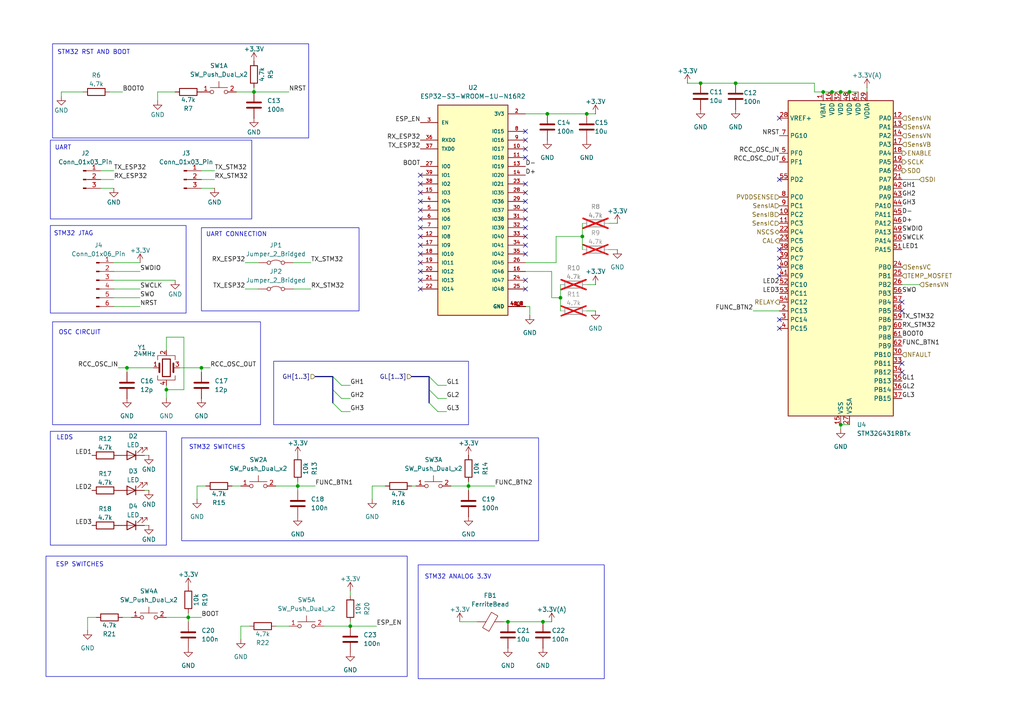
<source format=kicad_sch>
(kicad_sch (version 20250114) (generator "eeschema") (generator_version "9.0")
  (paper "A4")
  (lib_symbols
    (symbol "Connector:Conn_01x03_Pin" (pin_names (offset 1.016) (hide yes))
      (property "Reference" "J" (at 0 5.08 0))
      (property "Value" "Conn_01x03_Pin" (at 0 -5.08 0))
      (symbol "Conn_01x03_Pin_1_1"
        (pin passive line (at 5.08 2.54 180) (length 3.81) (name "Pin_1") (number "1"))
        (pin passive line (at 5.08 0 180) (length 3.81) (name "Pin_2") (number "2"))
        (pin passive line (at 5.08 -2.54 180) (length 3.81) (name "Pin_3") (number "3"))
      )
    )
    (symbol "Connector:Conn_01x06_Pin" (pin_names (offset 1.016) (hide yes))
      (property "Reference" "J" (at 0 7.62 0))
      (property "Value" "Conn_01x06_Pin" (at 0 -10.16 0))
      (symbol "Conn_01x06_Pin_1_1"
        (pin passive line (at 5.08 5.08 180) (length 3.81) (name "Pin_1") (number "1"))
        (pin passive line (at 5.08 2.54 180) (length 3.81) (name "Pin_2") (number "2"))
        (pin passive line (at 5.08 0 180) (length 3.81) (name "Pin_3") (number "3"))
        (pin passive line (at 5.08 -2.54 180) (length 3.81) (name "Pin_4") (number "4"))
        (pin passive line (at 5.08 -5.08 180) (length 3.81) (name "Pin_5") (number "5"))
        (pin passive line (at 5.08 -7.62 180) (length 3.81) (name "Pin_6") (number "6"))
      )
    )
    (symbol "Device:C" (pin_numbers (hide yes)) (pin_names (offset 0.254))
      (property "Reference" "C" (at 0.635 2.54 0))
      (property "Value" "C" (at 0.635 -2.54 0))
      (symbol "C_1_1"
        (pin passive line (at 0 3.81 270) (length 2.794) (name "~") (number "1"))
        (pin passive line (at 0 -3.81 90) (length 2.794) (name "~") (number "2"))
      )
    )
    (symbol "Device:Crystal_GND24" (pin_names (offset 1.016) (hide yes))
      (property "Reference" "Y" (at 3.175 5.08 0))
      (property "Value" "Crystal_GND24" (at 3.175 3.175 0))
      (symbol "Crystal_GND24_1_1"
        (pin passive line (at -3.81 0 0) (length 1.27) (name "1") (number "1"))
        (pin passive line (at 0 5.08 270) (length 1.27) (name "2") (number "2"))
        (pin passive line (at 0 -5.08 90) (length 1.27) (name "4") (number "4"))
        (pin passive line (at 3.81 0 180) (length 1.27) (name "3") (number "3"))
      )
    )
    (symbol "Device:FerriteBead" (pin_numbers (hide yes)) (pin_names (offset 0))
      (property "Reference" "FB" (at -3.81 0.635 90))
      (property "Value" "FerriteBead" (at 3.81 0 90))
      (symbol "FerriteBead_1_1"
        (pin passive line (at 0 3.81 270) (length 2.54) (name "~") (number "1"))
        (pin passive line (at 0 -3.81 90) (length 2.54) (name "~") (number "2"))
      )
    )
    (symbol "Device:LED" (pin_numbers (hide yes)) (pin_names (offset 1.016) (hide yes))
      (property "Reference" "D" (at 0 2.54 0))
      (property "Value" "LED" (at 0 -2.54 0))
      (symbol "LED_1_1"
        (pin passive line (at -3.81 0 0) (length 2.54) (name "K") (number "1"))
        (pin passive line (at 3.81 0 180) (length 2.54) (name "A") (number "2"))
      )
    )
    (symbol "Device:R" (pin_numbers (hide yes)) (pin_names (offset 0))
      (property "Reference" "R" (at 2.032 0 90))
      (property "Value" "R" (at 0 0 90))
      (symbol "R_1_1"
        (pin passive line (at 0 3.81 270) (length 1.27) (name "~") (number "1"))
        (pin passive line (at 0 -3.81 90) (length 1.27) (name "~") (number "2"))
      )
    )
    (symbol "ESP32-S3-WROOM-1U-N16R2:ESP32-S3-WROOM-1U-N16R2" (pin_names (offset 1.016))
      (property "Reference" "U" (at -10.16 31.242 0))
      (property "Value" "ESP32-S3-WROOM-1U-N16R2" (at -10.16 -33.02 0))
      (symbol "ESP32-S3-WROOM-1U-N16R2_0_0"
        (pin input line (at -15.24 25.4 0) (length 5.08) (name "EN") (number "3"))
        (pin bidirectional line (at -15.24 20.32 0) (length 5.08) (name "RXD0") (number "36"))
        (pin bidirectional line (at -15.24 17.78 0) (length 5.08) (name "TXD0") (number "37"))
        (pin bidirectional line (at -15.24 12.7 0) (length 5.08) (name "IO0") (number "27"))
        (pin bidirectional line (at -15.24 10.16 0) (length 5.08) (name "IO1") (number "39"))
        (pin bidirectional line (at -15.24 7.62 0) (length 5.08) (name "IO2") (number "38"))
        (pin bidirectional line (at -15.24 5.08 0) (length 5.08) (name "IO3") (number "15"))
        (pin bidirectional line (at -15.24 2.54 0) (length 5.08) (name "IO4") (number "4"))
        (pin bidirectional line (at -15.24 0 0) (length 5.08) (name "IO5") (number "5"))
        (pin bidirectional line (at -15.24 -2.54 0) (length 5.08) (name "IO6") (number "6"))
        (pin bidirectional line (at -15.24 -5.08 0) (length 5.08) (name "IO7") (number "7"))
        (pin bidirectional line (at -15.24 -7.62 0) (length 5.08) (name "IO8") (number "12"))
        (pin bidirectional line (at -15.24 -10.16 0) (length 5.08) (name "IO9") (number "17"))
        (pin bidirectional line (at -15.24 -12.7 0) (length 5.08) (name "IO10") (number "18"))
        (pin bidirectional line (at -15.24 -15.24 0) (length 5.08) (name "IO11") (number "19"))
        (pin bidirectional line (at -15.24 -17.78 0) (length 5.08) (name "IO12") (number "20"))
        (pin bidirectional line (at -15.24 -20.32 0) (length 5.08) (name "IO13") (number "21"))
        (pin bidirectional line (at -15.24 -22.86 0) (length 5.08) (name "IO14") (number "22"))
        (pin power_in line (at 15.24 27.94 180) (length 5.08) (name "3V3") (number "2"))
        (pin bidirectional line (at 15.24 22.86 180) (length 5.08) (name "IO15") (number "8"))
        (pin bidirectional line (at 15.24 20.32 180) (length 5.08) (name "IO16") (number "9"))
        (pin bidirectional line (at 15.24 17.78 180) (length 5.08) (name "IO17") (number "10"))
        (pin bidirectional line (at 15.24 15.24 180) (length 5.08) (name "IO18") (number "11"))
        (pin bidirectional line (at 15.24 12.7 180) (length 5.08) (name "IO19") (number "13"))
        (pin bidirectional line (at 15.24 10.16 180) (length 5.08) (name "IO20") (number "14"))
        (pin bidirectional line (at 15.24 7.62 180) (length 5.08) (name "IO21") (number "23"))
        (pin bidirectional line (at 15.24 5.08 180) (length 5.08) (name "IO35") (number "28"))
        (pin bidirectional line (at 15.24 2.54 180) (length 5.08) (name "IO36") (number "29"))
        (pin bidirectional line (at 15.24 0 180) (length 5.08) (name "IO37") (number "30"))
        (pin bidirectional line (at 15.24 -2.54 180) (length 5.08) (name "IO38") (number "31"))
        (pin bidirectional line (at 15.24 -5.08 180) (length 5.08) (name "IO39") (number "32"))
        (pin bidirectional line (at 15.24 -7.62 180) (length 5.08) (name "IO40") (number "33"))
        (pin bidirectional line (at 15.24 -10.16 180) (length 5.08) (name "IO41") (number "34"))
        (pin bidirectional line (at 15.24 -12.7 180) (length 5.08) (name "IO42") (number "35"))
        (pin bidirectional line (at 15.24 -15.24 180) (length 5.08) (name "IO45") (number "26"))
        (pin bidirectional line (at 15.24 -17.78 180) (length 5.08) (name "IO46") (number "16"))
        (pin bidirectional line (at 15.24 -20.32 180) (length 5.08) (name "IO47") (number "24"))
        (pin bidirectional line (at 15.24 -22.86 180) (length 5.08) (name "IO48") (number "25"))
        (pin power_in line (at 15.24 -27.94 180) (length 5.08) (name "GND") (number "1"))
        (pin power_in line (at 15.24 -27.94 180) (length 5.08) (name "GND") (number "40"))
        (pin power_in line (at 15.24 -27.94 180) (length 5.08) (name "GND") (number "41_1"))
        (pin power_in line (at 15.24 -27.94 180) (length 5.08) (name "GND") (number "41_2"))
        (pin power_in line (at 15.24 -27.94 180) (length 5.08) (name "GND") (number "41_3"))
        (pin power_in line (at 15.24 -27.94 180) (length 5.08) (name "GND") (number "41_4"))
        (pin power_in line (at 15.24 -27.94 180) (length 5.08) (name "GND") (number "41_5"))
        (pin power_in line (at 15.24 -27.94 180) (length 5.08) (name "GND") (number "41_6"))
        (pin power_in line (at 15.24 -27.94 180) (length 5.08) (name "GND") (number "41_7"))
        (pin power_in line (at 15.24 -27.94 180) (length 5.08) (name "GND") (number "41_8"))
        (pin power_in line (at 15.24 -27.94 180) (length 5.08) (name "GND") (number "41_9"))
      )
    )
    (symbol "Jumper:Jumper_2_Bridged" (pin_numbers (hide yes)) (pin_names (offset 0) (hide yes)) (exclude_from_sim yes)
      (property "Reference" "JP" (at 0 1.905 0))
      (property "Value" "Jumper_2_Bridged" (at 0 -2.54 0))
      (symbol "Jumper_2_Bridged_1_1"
        (pin passive line (at -5.08 0 0) (length 2.54) (name "A") (number "1"))
        (pin passive line (at 5.08 0 180) (length 2.54) (name "B") (number "2"))
      )
    )
    (symbol "MCU_ST_STM32G4:STM32G431RBTx"
      (property "Reference" "U" (at -15.24 46.99 0))
      (property "Value" "STM32G431RBTx" (at 10.16 46.99 0))
      (symbol "STM32G431RBTx_1_1"
        (pin input line (at -17.78 40.64 0) (length 2.54) (name "VREF+") (number "28"))
        (pin bidirectional line (at -17.78 35.56 0) (length 2.54) (name "PG10") (number "7"))
        (pin bidirectional line (at -17.78 30.48 0) (length 2.54) (name "PF0") (number "5"))
        (pin bidirectional line (at -17.78 27.94 0) (length 2.54) (name "PF1") (number "6"))
        (pin bidirectional line (at -17.78 22.86 0) (length 2.54) (name "PD2") (number "55"))
        (pin bidirectional line (at -17.78 17.78 0) (length 2.54) (name "PC0") (number "8"))
        (pin bidirectional line (at -17.78 15.24 0) (length 2.54) (name "PC1") (number "9"))
        (pin bidirectional line (at -17.78 12.7 0) (length 2.54) (name "PC2") (number "10"))
        (pin bidirectional line (at -17.78 10.16 0) (length 2.54) (name "PC3") (number "11"))
        (pin bidirectional line (at -17.78 7.62 0) (length 2.54) (name "PC4") (number "22"))
        (pin bidirectional line (at -17.78 5.08 0) (length 2.54) (name "PC5") (number "23"))
        (pin bidirectional line (at -17.78 2.54 0) (length 2.54) (name "PC6") (number "38"))
        (pin bidirectional line (at -17.78 0 0) (length 2.54) (name "PC7") (number "39"))
        (pin bidirectional line (at -17.78 -2.54 0) (length 2.54) (name "PC8") (number "40"))
        (pin bidirectional line (at -17.78 -5.08 0) (length 2.54) (name "PC9") (number "41"))
        (pin bidirectional line (at -17.78 -7.62 0) (length 2.54) (name "PC10") (number "52"))
        (pin bidirectional line (at -17.78 -10.16 0) (length 2.54) (name "PC11") (number "53"))
        (pin bidirectional line (at -17.78 -12.7 0) (length 2.54) (name "PC12") (number "54"))
        (pin bidirectional line (at -17.78 -15.24 0) (length 2.54) (name "PC13") (number "2"))
        (pin bidirectional line (at -17.78 -17.78 0) (length 2.54) (name "PC14") (number "3"))
        (pin bidirectional line (at -17.78 -20.32 0) (length 2.54) (name "PC15") (number "4"))
        (pin power_in line (at -5.08 48.26 270) (length 2.54) (name "VBAT") (number "1"))
        (pin power_in line (at -2.54 48.26 270) (length 2.54) (name "VDD") (number "16"))
        (pin power_in line (at 0 48.26 270) (length 2.54) (name "VDD") (number "32"))
        (pin power_in line (at 0 -48.26 90) (length 2.54) (name "VSS") (number "15"))
        (pin passive line (at 0 -48.26 90) (length 2.54) (hide yes) (name "VSS") (number "31"))
        (pin passive line (at 0 -48.26 90) (length 2.54) (hide yes) (name "VSS") (number "47"))
        (pin passive line (at 0 -48.26 90) (length 2.54) (hide yes) (name "VSS") (number "63"))
        (pin power_in line (at 2.54 48.26 270) (length 2.54) (name "VDD") (number "48"))
        (pin power_in line (at 2.54 -48.26 90) (length 2.54) (name "VSSA") (number "27"))
        (pin power_in line (at 5.08 48.26 270) (length 2.54) (name "VDD") (number "64"))
        (pin power_in line (at 7.62 48.26 270) (length 2.54) (name "VDDA") (number "29"))
        (pin bidirectional line (at 17.78 40.64 180) (length 2.54) (name "PA0") (number "12"))
        (pin bidirectional line (at 17.78 38.1 180) (length 2.54) (name "PA1") (number "13"))
        (pin bidirectional line (at 17.78 35.56 180) (length 2.54) (name "PA2") (number "14"))
        (pin bidirectional line (at 17.78 33.02 180) (length 2.54) (name "PA3") (number "17"))
        (pin bidirectional line (at 17.78 30.48 180) (length 2.54) (name "PA4") (number "18"))
        (pin bidirectional line (at 17.78 27.94 180) (length 2.54) (name "PA5") (number "19"))
        (pin bidirectional line (at 17.78 25.4 180) (length 2.54) (name "PA6") (number "20"))
        (pin bidirectional line (at 17.78 22.86 180) (length 2.54) (name "PA7") (number "21"))
        (pin bidirectional line (at 17.78 20.32 180) (length 2.54) (name "PA8") (number "42"))
        (pin bidirectional line (at 17.78 17.78 180) (length 2.54) (name "PA9") (number "43"))
        (pin bidirectional line (at 17.78 15.24 180) (length 2.54) (name "PA10") (number "44"))
        (pin bidirectional line (at 17.78 12.7 180) (length 2.54) (name "PA11") (number "45"))
        (pin bidirectional line (at 17.78 10.16 180) (length 2.54) (name "PA12") (number "46"))
        (pin bidirectional line (at 17.78 7.62 180) (length 2.54) (name "PA13") (number "49"))
        (pin bidirectional line (at 17.78 5.08 180) (length 2.54) (name "PA14") (number "50"))
        (pin bidirectional line (at 17.78 2.54 180) (length 2.54) (name "PA15") (number "51"))
        (pin bidirectional line (at 17.78 -2.54 180) (length 2.54) (name "PB0") (number "24"))
        (pin bidirectional line (at 17.78 -5.08 180) (length 2.54) (name "PB1") (number "25"))
        (pin bidirectional line (at 17.78 -7.62 180) (length 2.54) (name "PB2") (number "26"))
        (pin bidirectional line (at 17.78 -10.16 180) (length 2.54) (name "PB3") (number "56"))
        (pin bidirectional line (at 17.78 -12.7 180) (length 2.54) (name "PB4") (number "57"))
        (pin bidirectional line (at 17.78 -15.24 180) (length 2.54) (name "PB5") (number "58"))
        (pin bidirectional line (at 17.78 -17.78 180) (length 2.54) (name "PB6") (number "59"))
        (pin bidirectional line (at 17.78 -20.32 180) (length 2.54) (name "PB7") (number "60"))
        (pin bidirectional line (at 17.78 -22.86 180) (length 2.54) (name "PB8") (number "61"))
        (pin bidirectional line (at 17.78 -25.4 180) (length 2.54) (name "PB9") (number "62"))
        (pin bidirectional line (at 17.78 -27.94 180) (length 2.54) (name "PB10") (number "30"))
        (pin bidirectional line (at 17.78 -30.48 180) (length 2.54) (name "PB11") (number "33"))
        (pin bidirectional line (at 17.78 -33.02 180) (length 2.54) (name "PB12") (number "34"))
        (pin bidirectional line (at 17.78 -35.56 180) (length 2.54) (name "PB13") (number "35"))
        (pin bidirectional line (at 17.78 -38.1 180) (length 2.54) (name "PB14") (number "36"))
        (pin bidirectional line (at 17.78 -40.64 180) (length 2.54) (name "PB15") (number "37"))
      )
    )
    (symbol "Switch:SW_Push_Dual_x2" (pin_names (offset 1.016) (hide yes))
      (property "Reference" "SW" (at 1.27 2.54 0))
      (property "Value" "SW_Push_Dual_x2" (at 0 -1.524 0))
      (symbol "SW_Push_Dual_x2_1_1"
        (pin passive line (at -5.08 0 0) (length 2.54) (name "C") (number "1"))
        (pin passive line (at 5.08 0 180) (length 2.54) (name "D") (number "2"))
      )
      (symbol "SW_Push_Dual_x2_2_1"
        (pin passive line (at -5.08 0 0) (length 2.54) (name "C") (number "3"))
        (pin passive line (at 5.08 0 180) (length 2.54) (name "D") (number "4"))
      )
    )
    (symbol "power:+3.3V" (power) (pin_numbers (hide yes)) (pin_names (offset 0) (hide yes))
      (property "Value" "+3.3V" (at 0 3.556 0))
      (symbol "+3.3V_1_1"
        (pin power_in line (at 0 0 90) (length 0) (name "~") (number "1"))
      )
    )
    (symbol "power:GND" (power) (pin_numbers (hide yes)) (pin_names (offset 0) (hide yes))
      (property "Value" "GND" (at 0 -3.81 0))
      (symbol "GND_1_1"
        (pin power_in line (at 0 0 270) (length 0) (name "~") (number "1"))
      )
    )
  )
  (rectangle (start 121.285 163.83) (end 175.26 196.85))
  (rectangle (start 52.705 127) (end 156.21 156.845))
  (rectangle (start 14.605 65.405) (end 53.975 90.805))
  (rectangle (start 13.335 161.29) (end 118.11 196.215))
  (rectangle (start 79.375 104.775) (end 135.89 123.19))
  (rectangle (start 15.24 12.7) (end 89.535 40.005))
  (rectangle (start 58.42 66.04) (end 104.14 90.17))
  (rectangle (start 14.605 40.64) (end 73.025 63.5))
  (rectangle (start 14.605 125.095) (end 48.26 158.115))
  (rectangle (start 15.24 93.345) (end 75.565 123.19))
  (text "OSC CIRCUIT" (at 23.114 96.52 0) (effects (font (size 1.27 1.27))))
  (text "LEDS" (at 18.796 127 0) (effects (font (size 1.27 1.27))))
  (text "STM32 RST AND BOOT" (at 27.178 15.24 0) (effects (font (size 1.27 1.27))))
  (text "UART" (at 18.288 42.926 0) (effects (font (size 1.27 1.27))))
  (text "STM32 JTAG" (at 21.336 67.818 0) (effects (font (size 1.27 1.27))))
  (text "ESP SWITCHES " (at 23.622 163.83 0) (effects (font (size 1.27 1.27))))
  (text "UART CONNECTION" (at 68.58 68.072 0) (effects (font (size 1.27 1.27))))
  (text "STM32 ANALOG 3.3V" (at 132.842 167.386 0) (effects (font (size 1.27 1.27))))
  (text "STM32 SWITCHES" (at 62.992 129.794 0) (effects (font (size 1.27 1.27))))
  (junction (at 58.42 106.68))
  (junction (at 135.89 140.97))
  (junction (at 243.84 123.19))
  (junction (at 162.56 86.36))
  (junction (at 168.91 68.58))
  (junction (at 157.48 180.34))
  (junction (at 243.84 26.67))
  (junction (at 241.3 26.67))
  (junction (at 48.26 113.03))
  (junction (at 213.36 24.13))
  (junction (at 54.61 179.07))
  (junction (at 36.83 106.68))
  (junction (at 101.6 181.61))
  (junction (at 246.38 26.67))
  (junction (at 238.76 26.67))
  (junction (at 73.66 26.67))
  (junction (at 147.32 180.34))
  (junction (at 170.18 33.02))
  (junction (at 158.75 33.02))
  (junction (at 86.36 140.97))
  (junction (at 203.2 24.13))
  (no_connect (at 226.06 77.47))
  (no_connect (at 121.92 55.88))
  (no_connect (at 226.06 80.01))
  (no_connect (at 226.06 92.71))
  (no_connect (at 121.92 68.58))
  (no_connect (at 152.4 40.64))
  (no_connect (at 226.06 74.93))
  (no_connect (at 121.92 63.5))
  (no_connect (at 121.92 71.12))
  (no_connect (at 121.92 66.04))
  (no_connect (at 152.4 71.12))
  (no_connect (at 152.4 55.88))
  (no_connect (at 226.06 72.39))
  (no_connect (at 121.92 78.74))
  (no_connect (at 261.62 87.63))
  (no_connect (at 226.06 34.29))
  (no_connect (at 152.4 58.42))
  (no_connect (at 152.4 38.1))
  (no_connect (at 261.62 90.17))
  (no_connect (at 152.4 83.82))
  (no_connect (at 121.92 73.66))
  (no_connect (at 121.92 76.2))
  (no_connect (at 226.06 52.07))
  (no_connect (at 226.06 95.25))
  (no_connect (at 121.92 58.42))
  (no_connect (at 121.92 50.8))
  (no_connect (at 152.4 60.96))
  (no_connect (at 261.62 107.95))
  (no_connect (at 152.4 43.18))
  (no_connect (at 152.4 81.28))
  (no_connect (at 152.4 53.34))
  (no_connect (at 152.4 73.66))
  (no_connect (at 152.4 66.04))
  (no_connect (at 152.4 45.72))
  (no_connect (at 261.62 105.41))
  (no_connect (at 152.4 68.58))
  (no_connect (at 152.4 63.5))
  (no_connect (at 121.92 53.34))
  (no_connect (at 121.92 60.96))
  (no_connect (at 121.92 83.82))
  (no_connect (at 121.92 81.28))
  (bus_entry (at 96.52 116.84) (size 2.54 2.54))
  (bus_entry (at 124.46 116.84) (size 2.54 2.54))
  (bus_entry (at 124.46 113.03) (size 2.54 2.54))
  (bus_entry (at 124.46 109.22) (size 2.54 2.54))
  (bus_entry (at 96.52 109.22) (size 2.54 2.54))
  (bus_entry (at 96.52 113.03) (size 2.54 2.54))
  (wire (pts (xy 101.6 171.45) (xy 101.6 172.72)))
  (wire (pts (xy 33.02 86.36) (xy 40.64 86.36)))
  (wire (pts (xy 54.61 179.07) (xy 54.61 180.34)))
  (wire (pts (xy 199.39 24.13) (xy 203.2 24.13)))
  (wire (pts (xy 86.36 139.7) (xy 86.36 140.97)))
  (wire (pts (xy 57.15 140.97) (xy 59.69 140.97)))
  (wire (pts (xy 45.72 26.67) (xy 50.8 26.67)))
  (wire (pts (xy 53.34 113.03) (xy 48.26 113.03)))
  (wire (pts (xy 107.95 140.97) (xy 111.76 140.97)))
  (wire (pts (xy 246.38 26.67) (xy 248.92 26.67)))
  (wire (pts (xy 86.36 140.97) (xy 91.44 140.97)))
  (wire (pts (xy 54.61 179.07) (xy 58.42 179.07)))
  (wire (pts (xy 127 111.76) (xy 129.54 111.76)))
  (wire (pts (xy 135.89 140.97) (xy 135.89 142.24)))
  (wire (pts (xy 168.91 68.58) (xy 168.91 72.39)))
  (bus (pts (xy 119.38 109.22) (xy 124.46 109.22)))
  (wire (pts (xy 251.46 25.4) (xy 251.46 26.67)))
  (wire (pts (xy 158.75 33.02) (xy 170.18 33.02)))
  (wire (pts (xy 170.18 33.02) (xy 172.72 33.02)))
  (wire (pts (xy 33.02 83.82) (xy 40.64 83.82)))
  (wire (pts (xy 243.84 26.67) (xy 246.38 26.67)))
  (wire (pts (xy 266.7 52.07) (xy 261.62 52.07)))
  (wire (pts (xy 48.26 113.03) (xy 48.26 115.57)))
  (wire (pts (xy 99.06 119.38) (xy 101.6 119.38)))
  (bus (pts (xy 124.46 113.03) (xy 124.46 116.84)))
  (wire (pts (xy 48.26 179.07) (xy 54.61 179.07)))
  (wire (pts (xy 53.34 97.79) (xy 53.34 113.03)))
  (wire (pts (xy 69.85 181.61) (xy 69.85 185.42)))
  (wire (pts (xy 58.42 49.53) (xy 62.23 49.53)))
  (wire (pts (xy 69.85 140.97) (xy 67.31 140.97)))
  (wire (pts (xy 29.21 52.07) (xy 33.02 52.07)))
  (wire (pts (xy 34.29 106.68) (xy 36.83 106.68)))
  (wire (pts (xy 135.89 140.97) (xy 143.51 140.97)))
  (wire (pts (xy 152.4 33.02) (xy 158.75 33.02)))
  (wire (pts (xy 130.81 140.97) (xy 135.89 140.97)))
  (wire (pts (xy 86.36 140.97) (xy 86.36 142.24)))
  (wire (pts (xy 127 119.38) (xy 129.54 119.38)))
  (wire (pts (xy 58.42 52.07) (xy 62.23 52.07)))
  (wire (pts (xy 99.06 115.57) (xy 101.6 115.57)))
  (bus (pts (xy 96.52 113.03) (xy 96.52 116.84)))
  (wire (pts (xy 162.56 86.36) (xy 162.56 90.17)))
  (wire (pts (xy 170.18 90.17) (xy 172.72 90.17)))
  (wire (pts (xy 101.6 181.61) (xy 93.98 181.61)))
  (wire (pts (xy 68.58 26.67) (xy 73.66 26.67)))
  (wire (pts (xy 161.29 76.2) (xy 161.29 68.58)))
  (wire (pts (xy 170.18 82.55) (xy 172.72 82.55)))
  (wire (pts (xy 133.35 180.34) (xy 138.43 180.34)))
  (wire (pts (xy 241.3 26.67) (xy 243.84 26.67)))
  (bus (pts (xy 96.52 109.22) (xy 96.52 113.03)))
  (wire (pts (xy 85.09 83.82) (xy 90.17 83.82)))
  (wire (pts (xy 73.66 25.4) (xy 73.66 26.67)))
  (wire (pts (xy 203.2 24.13) (xy 213.36 24.13)))
  (bus (pts (xy 91.44 109.22) (xy 96.52 109.22)))
  (wire (pts (xy 80.01 140.97) (xy 86.36 140.97)))
  (wire (pts (xy 27.94 179.07) (xy 25.4 179.07)))
  (wire (pts (xy 17.78 27.94) (xy 17.78 26.67)))
  (wire (pts (xy 157.48 180.34) (xy 160.02 180.34)))
  (wire (pts (xy 213.36 24.13) (xy 236.22 24.13)))
  (wire (pts (xy 45.72 29.21) (xy 45.72 26.67)))
  (wire (pts (xy 83.82 181.61) (xy 80.01 181.61)))
  (wire (pts (xy 243.84 123.19) (xy 246.38 123.19)))
  (wire (pts (xy 157.48 180.34) (xy 147.32 180.34)))
  (wire (pts (xy 243.84 123.19) (xy 243.84 124.46)))
  (wire (pts (xy 147.32 180.34) (xy 146.05 180.34)))
  (wire (pts (xy 101.6 180.34) (xy 101.6 181.61)))
  (wire (pts (xy 135.89 139.7) (xy 135.89 140.97)))
  (wire (pts (xy 29.21 54.61) (xy 33.02 54.61)))
  (wire (pts (xy 160.02 78.74) (xy 160.02 86.36)))
  (wire (pts (xy 48.26 97.79) (xy 53.34 97.79)))
  (wire (pts (xy 85.09 76.2) (xy 90.17 76.2)))
  (wire (pts (xy 29.21 49.53) (xy 33.02 49.53)))
  (wire (pts (xy 38.1 179.07) (xy 35.56 179.07)))
  (wire (pts (xy 33.02 88.9) (xy 40.64 88.9)))
  (wire (pts (xy 152.4 78.74) (xy 160.02 78.74)))
  (wire (pts (xy 33.02 76.2) (xy 40.64 76.2)))
  (wire (pts (xy 160.02 86.36) (xy 162.56 86.36)))
  (wire (pts (xy 238.76 26.67) (xy 241.3 26.67)))
  (wire (pts (xy 152.4 88.9) (xy 153.67 88.9)))
  (wire (pts (xy 35.56 26.67) (xy 31.75 26.67)))
  (wire (pts (xy 236.22 24.13) (xy 236.22 26.67)))
  (wire (pts (xy 72.39 181.61) (xy 69.85 181.61)))
  (wire (pts (xy 58.42 106.68) (xy 58.42 107.95)))
  (wire (pts (xy 58.42 54.61) (xy 62.23 54.61)))
  (wire (pts (xy 120.65 140.97) (xy 119.38 140.97)))
  (wire (pts (xy 43.18 152.4) (xy 41.91 152.4)))
  (wire (pts (xy 127 115.57) (xy 129.54 115.57)))
  (wire (pts (xy 25.4 179.07) (xy 25.4 182.88)))
  (wire (pts (xy 54.61 177.8) (xy 54.61 179.07)))
  (wire (pts (xy 48.26 101.6) (xy 48.26 97.79)))
  (wire (pts (xy 71.12 83.82) (xy 74.93 83.82)))
  (wire (pts (xy 36.83 107.95) (xy 36.83 106.68)))
  (wire (pts (xy 261.62 82.55) (xy 266.7 82.55)))
  (wire (pts (xy 57.15 140.97) (xy 57.15 144.78)))
  (wire (pts (xy 71.12 76.2) (xy 74.93 76.2)))
  (bus (pts (xy 124.46 109.22) (xy 124.46 113.03)))
  (wire (pts (xy 41.91 132.08) (xy 43.18 132.08)))
  (wire (pts (xy 17.78 26.67) (xy 24.13 26.67)))
  (wire (pts (xy 153.67 88.9) (xy 153.67 91.44)))
  (wire (pts (xy 33.02 78.74) (xy 40.64 78.74)))
  (wire (pts (xy 99.06 111.76) (xy 101.6 111.76)))
  (wire (pts (xy 218.44 90.17) (xy 226.06 90.17)))
  (wire (pts (xy 58.42 106.68) (xy 60.96 106.68)))
  (wire (pts (xy 101.6 181.61) (xy 109.22 181.61)))
  (wire (pts (xy 41.91 142.24) (xy 43.18 142.24)))
  (wire (pts (xy 161.29 68.58) (xy 168.91 68.58)))
  (wire (pts (xy 168.91 64.77) (xy 168.91 68.58)))
  (wire (pts (xy 176.53 72.39) (xy 179.07 72.39)))
  (wire (pts (xy 36.83 106.68) (xy 44.45 106.68)))
  (wire (pts (xy 107.95 140.97) (xy 107.95 144.78)))
  (wire (pts (xy 73.66 26.67) (xy 83.82 26.67)))
  (wire (pts (xy 33.02 81.28) (xy 50.8 81.28)))
  (wire (pts (xy 152.4 76.2) (xy 161.29 76.2)))
  (wire (pts (xy 236.22 26.67) (xy 238.76 26.67)))
  (wire (pts (xy 52.07 106.68) (xy 58.42 106.68)))
  (wire (pts (xy 176.53 64.77) (xy 179.07 64.77)))
  (wire (pts (xy 48.26 111.76) (xy 48.26 113.03)))
  (wire (pts (xy 162.56 82.55) (xy 162.56 86.36)))
  (label "TX_ESP32" (at 33.02 49.53 0))
  (label "SWO" (at 40.64 86.36 0))
  (label "TX_ESP32" (at 71.12 83.82 180))
  (label "GL1" (at 261.62 110.49 0))
  (label "NRST" (at 226.06 39.37 180))
  (label "ESP_EN" (at 121.92 35.56 180))
  (label "RCC_OSC_IN" (at 226.06 44.45 180))
  (label "LED1" (at 261.62 72.39 0))
  (label "D+" (at 261.62 64.77 0))
  (label "NRST" (at 83.82 26.67 0))
  (label "RX_STM32" (at 261.62 95.25 0))
  (label "SWCLK" (at 261.62 69.85 0))
  (label "RX_ESP32" (at 121.92 40.64 180))
  (label "GH2" (at 261.62 57.15 0))
  (label "SWDIO" (at 40.64 78.74 0))
  (label "RCC_OSC_OUT" (at 60.96 106.68 0))
  (label "GL2" (at 129.54 115.57 0))
  (label "RX_STM32" (at 90.17 83.82 0))
  (label "SWCLK" (at 40.64 83.82 0))
  (label "GH1" (at 261.62 54.61 0))
  (label "SWDIO" (at 261.62 67.31 0))
  (label "FUNC_BTN2" (at 143.51 140.97 0))
  (label "TX_STM32" (at 90.17 76.2 0))
  (label "BOOT0" (at 261.62 97.79 0))
  (label "TX_ESP32" (at 121.92 43.18 180))
  (label "FUNC_BTN2" (at 218.44 90.17 180))
  (label "D-" (at 152.4 48.26 0))
  (label "TX_STM32" (at 62.23 49.53 0))
  (label "GL3" (at 261.62 115.57 0))
  (label "LED2" (at 226.06 82.55 180))
  (label "GH3" (at 101.6 119.38 0))
  (label "D-" (at 261.62 62.23 0))
  (label "RX_ESP32" (at 33.02 52.07 0))
  (label "ESP_EN" (at 109.22 181.61 0))
  (label "BOOT" (at 58.42 179.07 0))
  (label "LED3" (at 226.06 85.09 180))
  (label "GL2" (at 261.62 113.03 0))
  (label "GH3" (at 261.62 59.69 0))
  (label "RCC_OSC_IN" (at 34.29 106.68 180))
  (label "LED1" (at 26.67 132.08 180))
  (label "GH1" (at 101.6 111.76 0))
  (label "TX_STM32" (at 261.62 92.71 0))
  (label "LED3" (at 26.67 152.4 180))
  (label "FUNC_BTN1" (at 261.62 100.33 0))
  (label "RX_STM32" (at 62.23 52.07 0))
  (label "RX_ESP32" (at 71.12 76.2 180))
  (label "GL1" (at 129.54 111.76 0))
  (label "FUNC_BTN1" (at 91.44 140.97 0))
  (label "SWO" (at 261.62 85.09 0))
  (label "BOOT" (at 121.92 48.26 180))
  (label "NRST" (at 40.64 88.9 0))
  (label "GL3" (at 129.54 119.38 0))
  (label "RCC_OSC_OUT" (at 226.06 46.99 180))
  (label "LED2" (at 26.67 142.24 180))
  (label "BOOT0" (at 35.56 26.67 0))
  (label "D+" (at 152.4 50.8 0))
  (label "GH2" (at 101.6 115.57 0))
  (hierarchical_label "NSCS" (shape bidirectional) (at 226.06 67.31 180))
  (hierarchical_label "SCLK" (shape output) (at 261.62 46.99 0))
  (hierarchical_label "SensVN" (shape input) (at 261.62 34.29 0))
  (hierarchical_label "SensIA" (shape input) (at 226.06 59.69 180))
  (hierarchical_label "CAL" (shape output) (at 226.06 69.85 180))
  (hierarchical_label "SDO" (shape output) (at 261.62 49.53 0))
  (hierarchical_label "SensVB" (shape input) (at 261.62 41.91 0))
  (hierarchical_label "SensVN" (shape input) (at 261.62 39.37 0))
  (hierarchical_label "GL[1..3]" (shape input) (at 119.38 109.22 180))
  (hierarchical_label "TEMP_MOSFET" (shape input) (at 261.62 80.01 0))
  (hierarchical_label "SensVN" (shape input) (at 266.7 82.55 0))
  (hierarchical_label "SensIB" (shape input) (at 226.06 62.23 180))
  (hierarchical_label "SDI" (shape input) (at 266.7 52.07 0))
  (hierarchical_label "SensVA" (shape input) (at 261.62 36.83 0))
  (hierarchical_label "SensVC" (shape input) (at 261.62 77.47 0))
  (hierarchical_label "GH[1..3]" (shape input) (at 91.44 109.22 180))
  (hierarchical_label "SensIC" (shape input) (at 226.06 64.77 180))
  (hierarchical_label "PVDDSENSE" (shape input) (at 226.06 57.15 180))
  (hierarchical_label "RELAY" (shape output) (at 226.06 87.63 180))
  (hierarchical_label "ENABLE" (shape output) (at 261.62 44.45 0))
  (hierarchical_label "NFAULT" (shape input) (at 261.62 102.87 0))
  (symbol (lib_id "Device:C") (at 213.36 27.94 180) (unit 1)
    (property "Reference" "C12" (at 215.646 26.924 0) (effects (justify right)))
    (property "Value" "100n" (at 215.646 29.464 0) (effects (justify right)))
    (property "Footprint" "Capacitor_SMD:C_0603_1608Metric_Pad1.08x0.95mm_HandSolder" (effects (hide yes)))
    (property "Description" "Unpolarized capacitor" (effects (hide yes)))
  )
  (symbol (lib_id "power:GND") (at 170.18 40.64 0) (unit 1)
    (property "Reference" "#PWR030" (effects (hide yes)))
    (property "Value" "GND" (at 170.18 45.72 0))
    (property "Description" "Power symbol creates a global label with name \"GND\" , ground" (effects (hide yes)))
  )
  (symbol (lib_id "power:GND") (at 107.95 144.78 0) (unit 1)
    (property "Reference" "#PWR050" (effects (hide yes)))
    (property "Value" "GND" (at 107.95 149.86 0))
    (property "Description" "Power symbol creates a global label with name \"GND\" , ground" (effects (hide yes)))
  )
  (symbol (lib_id "Switch:SW_Push_Dual_x2") (at 43.18 179.07 0) (unit 1)
    (property "Reference" "SW4" (at 43.18 171.45 0))
    (property "Value" "SW_Push_Dual_x2" (at 43.18 173.99 0))
    (property "Footprint" "Button_Switch_SMD:SW_Push_1P1T_NO_CK_KSC7xxJ" (effects (hide yes)))
    (property "Description" "Push button switch, generic, separate symbols, four pins" (effects (hide yes)))
  )
  (symbol (lib_id "Device:LED") (at 38.1 142.24 180) (unit 1)
    (property "Reference" "D3" (at 38.608 136.652 0))
    (property "Value" "LED" (at 38.608 139.192 0))
    (property "Footprint" "Diode_SMD:D_0805_2012Metric_Pad1.15x1.40mm_HandSolder" (effects (hide yes)))
    (property "Description" "Light emitting diode" (effects (hide yes)))
    (property "Sim.Pins" "1=K 2=A" (effects (hide yes)))
  )
  (symbol (lib_id "Device:R") (at 30.48 132.08 90) (unit 1)
    (property "Reference" "R12" (at 30.48 127.254 90))
    (property "Value" "4.7k" (at 30.48 129.794 90))
    (property "Footprint" "Resistor_SMD:R_0603_1608Metric_Pad0.98x0.95mm_HandSolder" (effects (hide yes)))
    (property "Description" "Resistor" (effects (hide yes)))
  )
  (symbol (lib_id "Device:C") (at 36.83 111.76 180) (unit 1)
    (property "Reference" "C16" (at 40.64 110.4899 0) (effects (justify right)))
    (property "Value" "12p" (at 40.64 113.0299 0) (effects (justify right)))
    (property "Footprint" "Capacitor_SMD:C_0603_1608Metric_Pad1.08x0.95mm_HandSolder" (effects (hide yes)))
    (property "Description" "Unpolarized capacitor" (effects (hide yes)))
  )
  (symbol (lib_id "Device:R") (at 172.72 72.39 90) (unit 1) (dnp yes)
    (property "Reference" "R9" (at 172.72 67.564 90))
    (property "Value" "4.7k" (at 172.72 70.104 90))
    (property "Footprint" "Resistor_SMD:R_0603_1608Metric" (effects (hide yes)))
    (property "Description" "Resistor" (effects (hide yes)))
  )
  (symbol (lib_id "power:GND") (at 57.15 144.78 0) (unit 1)
    (property "Reference" "#PWR049" (effects (hide yes)))
    (property "Value" "GND" (at 57.15 149.86 0))
    (property "Description" "Power symbol creates a global label with name \"GND\" , ground" (effects (hide yes)))
  )
  (symbol (lib_id "power:GND") (at 36.83 115.57 0) (unit 1)
    (property "Reference" "#PWR041" (effects (hide yes)))
    (property "Value" "GND" (at 36.83 120.65 0))
    (property "Description" "Power symbol creates a global label with name \"GND\" , ground" (effects (hide yes)))
  )
  (symbol (lib_id "power:GND") (at 135.89 149.86 0) (unit 1)
    (property "Reference" "#PWR052" (effects (hide yes)))
    (property "Value" "GND" (at 135.89 154.94 0))
    (property "Description" "Power symbol creates a global label with name \"GND\" , ground" (effects (hide yes)))
  )
  (symbol (lib_id "power:GND") (at 243.84 124.46 0) (unit 1)
    (property "Reference" "#PWR044" (effects (hide yes)))
    (property "Value" "GND" (at 243.84 129.54 0))
    (property "Description" "Power symbol creates a global label with name \"GND\" , ground" (effects (hide yes)))
  )
  (symbol (lib_id "power:GND") (at 43.18 152.4 0) (unit 1)
    (property "Reference" "#PWR053" (effects (hide yes)))
    (property "Value" "GND" (at 43.18 156.464 0))
    (property "Description" "Power symbol creates a global label with name \"GND\" , ground" (effects (hide yes)))
  )
  (symbol (lib_id "Connector:Conn_01x03_Pin") (at 53.34 52.07 0) (unit 1)
    (property "Reference" "J3" (at 53.975 44.45 0))
    (property "Value" "Conn_01x03_Pin" (at 53.975 46.99 0))
    (property "Footprint" "Connector_PinHeader_2.54mm:PinHeader_1x03_P2.54mm_Vertical" (effects (hide yes)))
    (property "Description" "Generic connector, single row, 01x03, script generated" (effects (hide yes)))
  )
  (symbol (lib_id "Device:R") (at 101.6 176.53 0) (unit 1)
    (property "Reference" "R20" (at 106.426 176.53 90))
    (property "Value" "10k" (at 103.886 176.53 90))
    (property "Footprint" "Resistor_SMD:R_0603_1608Metric_Pad0.98x0.95mm_HandSolder" (effects (hide yes)))
    (property "Description" "Resistor" (effects (hide yes)))
  )
  (symbol (lib_id "Device:R") (at 73.66 21.59 0) (unit 1)
    (property "Reference" "R5" (at 78.486 21.59 90))
    (property "Value" "4.7k" (at 75.946 21.59 90))
    (property "Footprint" "Resistor_SMD:R_0603_1608Metric_Pad0.98x0.95mm_HandSolder" (effects (hide yes)))
    (property "Description" "Resistor" (effects (hide yes)))
  )
  (symbol (lib_id "Device:C") (at 158.75 36.83 180) (unit 1)
    (property "Reference" "C14" (at 161.544 35.56 0) (effects (justify right)))
    (property "Value" "100n" (at 161.544 38.1 0) (effects (justify right)))
    (property "Footprint" "Capacitor_SMD:C_0603_1608Metric_Pad1.08x0.95mm_HandSolder" (effects (hide yes)))
    (property "Description" "Unpolarized capacitor" (effects (hide yes)))
  )
  (symbol (lib_id "power:+3.3V") (at 251.46 25.4 0) (unit 1)
    (property "Reference" "#PWR022" (effects (hide yes)))
    (property "Value" "+3.3V(A)" (at 251.46 21.844 0))
    (property "Description" "Power symbol creates a global label with name \"+3.3V\"" (effects (hide yes)))
  )
  (symbol (lib_id "Jumper:Jumper_2_Bridged") (at 80.01 76.2 0) (unit 1)
    (property "Reference" "JP1" (at 80.01 71.12 0))
    (property "Value" "Jumper_2_Bridged" (at 80.01 73.66 0))
    (property "Footprint" "Jumper:SolderJumper-2_P1.3mm_Open_TrianglePad1.0x1.5mm" (effects (hide yes)))
    (property "Description" "Jumper, 2-pole, closed/bridged" (effects (hide yes)))
  )
  (symbol (lib_id "power:GND") (at 33.02 54.61 0) (unit 1)
    (property "Reference" "#PWR032" (effects (hide yes)))
    (property "Value" "GND" (at 33.02 58.674 0))
    (property "Description" "Power symbol creates a global label with name \"GND\" , ground" (effects (hide yes)))
  )
  (symbol (lib_id "MCU_ST_STM32G4:STM32G431RBTx") (at 243.84 74.93 0) (unit 1)
    (property "Reference" "U4" (at 248.5233 123.19 0) (effects (justify left)))
    (property "Value" "STM32G431RBTx" (at 248.5233 125.73 0) (effects (justify left)))
    (property "Footprint" "Package_QFP:LQFP-64_10x10mm_P0.5mm" (effects (hide yes)))
    (property "Datasheet" "https://www.st.com/resource/en/datasheet/stm32g431rb.pdf" (effects (hide yes)))
    (property "Description" "STMicroelectronics Arm Cortex-M4 MCU, 128KB flash, 32KB RAM, 170 MHz, 1.71-3.6V, 52 GPIO, LQFP64" (effects (hide yes)))
  )
  (symbol (lib_id "power:+3.3V") (at 54.61 170.18 0) (unit 1)
    (property "Reference" "#PWR054" (effects (hide yes)))
    (property "Value" "+3.3V" (at 54.61 166.624 0))
    (property "Description" "Power symbol creates a global label with name \"+3.3V\"" (effects (hide yes)))
  )
  (symbol (lib_id "Device:R") (at 63.5 140.97 270) (unit 1)
    (property "Reference" "R15" (at 63.5 145.796 90))
    (property "Value" "4.7k" (at 63.5 143.256 90))
    (property "Footprint" "Resistor_SMD:R_0603_1608Metric_Pad0.98x0.95mm_HandSolder" (effects (hide yes)))
    (property "Description" "Resistor" (effects (hide yes)))
  )
  (symbol (lib_id "power:+3.3V") (at 160.02 180.34 0) (unit 1)
    (property "Reference" "#PWR057" (effects (hide yes)))
    (property "Value" "+3.3V(A)" (at 160.02 176.784 0))
    (property "Description" "Power symbol creates a global label with name \"+3.3V\"" (effects (hide yes)))
  )
  (symbol (lib_id "Device:LED") (at 38.1 132.08 180) (unit 1)
    (property "Reference" "D2" (at 38.608 126.492 0))
    (property "Value" "LED" (at 38.608 129.032 0))
    (property "Footprint" "Diode_SMD:D_0805_2012Metric_Pad1.15x1.40mm_HandSolder" (effects (hide yes)))
    (property "Description" "Light emitting diode" (effects (hide yes)))
    (property "Sim.Pins" "1=K 2=A" (effects (hide yes)))
  )
  (symbol (lib_id "Device:R") (at 30.48 152.4 90) (unit 1)
    (property "Reference" "R18" (at 30.48 147.574 90))
    (property "Value" "4.7k" (at 30.48 150.114 90))
    (property "Footprint" "Resistor_SMD:R_0603_1608Metric_Pad0.98x0.95mm_HandSolder" (effects (hide yes)))
    (property "Description" "Resistor" (effects (hide yes)))
  )
  (symbol (lib_id "power:GND") (at 25.4 182.88 0) (unit 1)
    (property "Reference" "#PWR058" (effects (hide yes)))
    (property "Value" "GND" (at 25.4 187.96 0))
    (property "Description" "Power symbol creates a global label with name \"GND\" , ground" (effects (hide yes)))
  )
  (symbol (lib_id "power:GND") (at 54.61 187.96 0) (unit 1)
    (property "Reference" "#PWR060" (effects (hide yes)))
    (property "Value" "GND" (at 54.61 193.04 0))
    (property "Description" "Power symbol creates a global label with name \"GND\" , ground" (effects (hide yes)))
  )
  (symbol (lib_id "power:GND") (at 203.2 31.75 0) (unit 1)
    (property "Reference" "#PWR025" (effects (hide yes)))
    (property "Value" "GND" (at 203.2 36.83 0))
    (property "Description" "Power symbol creates a global label with name \"GND\" , ground" (effects (hide yes)))
  )
  (symbol (lib_id "power:GND") (at 86.36 149.86 0) (unit 1)
    (property "Reference" "#PWR051" (effects (hide yes)))
    (property "Value" "GND" (at 86.36 154.94 0))
    (property "Description" "Power symbol creates a global label with name \"GND\" , ground" (effects (hide yes)))
  )
  (symbol (lib_id "Switch:SW_Push_Dual_x2") (at 74.93 140.97 0) (unit 1)
    (property "Reference" "SW2" (at 74.93 133.35 0))
    (property "Value" "SW_Push_Dual_x2" (at 74.93 135.89 0))
    (property "Footprint" "Button_Switch_SMD:SW_Push_1P1T_NO_CK_KSC7xxJ" (effects (hide yes)))
    (property "Description" "Push button switch, generic, separate symbols, four pins" (effects (hide yes)))
  )
  (symbol (lib_id "Device:R") (at 54.61 173.99 0) (unit 1)
    (property "Reference" "R19" (at 59.436 173.99 90))
    (property "Value" "10k" (at 56.896 173.99 90))
    (property "Footprint" "Resistor_SMD:R_0603_1608Metric_Pad0.98x0.95mm_HandSolder" (effects (hide yes)))
    (property "Description" "Resistor" (effects (hide yes)))
  )
  (symbol (lib_id "Device:R") (at 166.37 82.55 90) (unit 1) (dnp yes)
    (property "Reference" "R10" (at 166.37 77.724 90))
    (property "Value" "4.7k" (at 166.37 80.264 90))
    (property "Footprint" "Resistor_SMD:R_0603_1608Metric" (effects (hide yes)))
    (property "Description" "Resistor" (effects (hide yes)))
  )
  (symbol (lib_id "power:GND") (at 73.66 34.29 0) (unit 1)
    (property "Reference" "#PWR028" (effects (hide yes)))
    (property "Value" "GND" (at 73.66 38.354 0))
    (property "Description" "Power symbol creates a global label with name \"GND\" , ground" (effects (hide yes)))
  )
  (symbol (lib_id "Device:R") (at 135.89 135.89 0) (unit 1)
    (property "Reference" "R14" (at 140.716 135.89 90))
    (property "Value" "10k" (at 138.176 135.89 90))
    (property "Footprint" "Resistor_SMD:R_0603_1608Metric_Pad0.98x0.95mm_HandSolder" (effects (hide yes)))
    (property "Description" "Resistor" (effects (hide yes)))
  )
  (symbol (lib_id "power:GND") (at 43.18 132.08 0) (unit 1)
    (property "Reference" "#PWR045" (effects (hide yes)))
    (property "Value" "GND" (at 43.18 136.144 0))
    (property "Description" "Power symbol creates a global label with name \"GND\" , ground" (effects (hide yes)))
  )
  (symbol (lib_id "Device:FerriteBead") (at 142.24 180.34 90) (unit 1)
    (property "Reference" "FB1" (at 142.1892 172.72 90))
    (property "Value" "FerriteBead" (at 142.1892 175.26 90))
    (property "Footprint" "Inductor_SMD:L_0805_2012Metric_Pad1.05x1.20mm_HandSolder" (effects (hide yes)))
    (property "Description" "Ferrite bead" (effects (hide yes)))
  )
  (symbol (lib_id "power:+3.3V") (at 101.6 171.45 0) (unit 1)
    (property "Reference" "#PWR055" (effects (hide yes)))
    (property "Value" "+3.3V" (at 101.6 167.894 0))
    (property "Description" "Power symbol creates a global label with name \"+3.3V\"" (effects (hide yes)))
  )
  (symbol (lib_id "Device:R") (at 27.94 26.67 90) (unit 1)
    (property "Reference" "R6" (at 27.94 21.844 90))
    (property "Value" "4.7k" (at 27.94 24.384 90))
    (property "Footprint" "Resistor_SMD:R_0603_1608Metric_Pad0.98x0.95mm_HandSolder" (effects (hide yes)))
    (property "Description" "Resistor" (effects (hide yes)))
  )
  (symbol (lib_id "power:GND") (at 153.67 91.44 0) (unit 1)
    (property "Reference" "#PWR040" (effects (hide yes)))
    (property "Value" "GND" (at 153.67 96.52 0))
    (property "Description" "Power symbol creates a global label with name \"GND\" , ground" (effects (hide yes)))
  )
  (symbol (lib_id "power:GND") (at 43.18 142.24 0) (unit 1)
    (property "Reference" "#PWR048" (effects (hide yes)))
    (property "Value" "GND" (at 43.18 146.304 0))
    (property "Description" "Power symbol creates a global label with name \"GND\" , ground" (effects (hide yes)))
  )
  (symbol (lib_id "Device:R") (at 172.72 64.77 90) (unit 1) (dnp yes)
    (property "Reference" "R8" (at 172.72 59.944 90))
    (property "Value" "4.7k" (at 172.72 62.484 90))
    (property "Footprint" "Resistor_SMD:R_0603_1608Metric" (effects (hide yes)))
    (property "Description" "Resistor" (effects (hide yes)))
  )
  (symbol (lib_id "Device:LED") (at 38.1 152.4 180) (unit 1)
    (property "Reference" "D4" (at 38.608 146.812 0))
    (property "Value" "LED" (at 38.608 149.352 0))
    (property "Footprint" "Diode_SMD:D_0805_2012Metric_Pad1.15x1.40mm_HandSolder" (effects (hide yes)))
    (property "Description" "Light emitting diode" (effects (hide yes)))
    (property "Sim.Pins" "1=K 2=A" (effects (hide yes)))
  )
  (symbol (lib_id "power:+3.3V") (at 172.72 33.02 0) (unit 1)
    (property "Reference" "#PWR027" (effects (hide yes)))
    (property "Value" "+3.3V" (at 172.72 29.464 0))
    (property "Description" "Power symbol creates a global label with name \"+3.3V\"" (effects (hide yes)))
  )
  (symbol (lib_id "power:+3.3V") (at 40.64 76.2 0) (unit 1)
    (property "Reference" "#PWR036" (effects (hide yes)))
    (property "Value" "+3.3V" (at 40.64 72.644 0))
    (property "Description" "Power symbol creates a global label with name \"+3.3V\"" (effects (hide yes)))
  )
  (symbol (lib_id "power:GND") (at 48.26 115.57 0) (unit 1)
    (property "Reference" "#PWR042" (effects (hide yes)))
    (property "Value" "GND" (at 48.26 120.65 0))
    (property "Description" "Power symbol creates a global label with name \"GND\" , ground" (effects (hide yes)))
  )
  (symbol (lib_id "power:+3.3V") (at 86.36 132.08 0) (unit 1)
    (property "Reference" "#PWR046" (effects (hide yes)))
    (property "Value" "+3.3V" (at 86.36 128.524 0))
    (property "Description" "Power symbol creates a global label with name \"+3.3V\"" (effects (hide yes)))
  )
  (symbol (lib_id "Device:C") (at 170.18 36.83 180) (unit 1)
    (property "Reference" "C15" (at 172.466 35.56 0) (effects (justify right)))
    (property "Value" "10u" (at 172.466 38.1 0) (effects (justify right)))
    (property "Footprint" "Capacitor_SMD:C_0603_1608Metric_Pad1.08x0.95mm_HandSolder" (effects (hide yes)))
    (property "Description" "Unpolarized capacitor" (effects (hide yes)))
  )
  (symbol (lib_id "Switch:SW_Push_Dual_x2") (at 125.73 140.97 0) (unit 1)
    (property "Reference" "SW3" (at 125.73 133.35 0))
    (property "Value" "SW_Push_Dual_x2" (at 125.73 135.89 0))
    (property "Footprint" "Button_Switch_SMD:SW_Push_1P1T_NO_CK_KSC7xxJ" (effects (hide yes)))
    (property "Description" "Push button switch, generic, separate symbols, four pins" (effects (hide yes)))
  )
  (symbol (lib_id "power:GND") (at 45.72 29.21 0) (unit 1)
    (property "Reference" "#PWR024" (effects (hide yes)))
    (property "Value" "GND" (at 45.72 33.274 0))
    (property "Description" "Power symbol creates a global label with name \"GND\" , ground" (effects (hide yes)))
  )
  (symbol (lib_id "Jumper:Jumper_2_Bridged") (at 80.01 83.82 0) (unit 1)
    (property "Reference" "JP2" (at 80.01 78.74 0))
    (property "Value" "Jumper_2_Bridged" (at 80.01 81.28 0))
    (property "Footprint" "Jumper:SolderJumper-2_P1.3mm_Open_TrianglePad1.0x1.5mm" (effects (hide yes)))
    (property "Description" "Jumper, 2-pole, closed/bridged" (effects (hide yes)))
  )
  (symbol (lib_id "Device:C") (at 203.2 27.94 180) (unit 1)
    (property "Reference" "C11" (at 205.74 26.67 0) (effects (justify right)))
    (property "Value" "10u" (at 205.74 29.21 0) (effects (justify right)))
    (property "Footprint" "Capacitor_SMD:C_0603_1608Metric_Pad1.08x0.95mm_HandSolder" (effects (hide yes)))
    (property "Description" "Unpolarized capacitor" (effects (hide yes)))
  )
  (symbol (lib_id "Device:C") (at 101.6 185.42 180) (unit 1)
    (property "Reference" "C23" (at 105.41 184.1499 0) (effects (justify right)))
    (property "Value" "100n" (at 105.41 186.6899 0) (effects (justify right)))
    (property "Footprint" "Capacitor_SMD:C_0603_1608Metric_Pad1.08x0.95mm_HandSolder" (effects (hide yes)))
    (property "Description" "Unpolarized capacitor" (effects (hide yes)))
  )
  (symbol (lib_id "Device:C") (at 73.66 30.48 180) (unit 1)
    (property "Reference" "C13" (at 77.47 29.2099 0) (effects (justify right)))
    (property "Value" "100n" (at 77.47 31.7499 0) (effects (justify right)))
    (property "Footprint" "Capacitor_SMD:C_0603_1608Metric_Pad1.08x0.95mm_HandSolder" (effects (hide yes)))
    (property "Description" "Unpolarized capacitor" (effects (hide yes)))
  )
  (symbol (lib_id "Connector:Conn_01x03_Pin") (at 24.13 52.07 0) (unit 1)
    (property "Reference" "J2" (at 24.765 44.45 0))
    (property "Value" "Conn_01x03_Pin" (at 24.765 46.99 0))
    (property "Footprint" "Connector_PinHeader_2.54mm:PinHeader_1x03_P2.54mm_Vertical" (effects (hide yes)))
    (property "Description" "Generic connector, single row, 01x03, script generated" (effects (hide yes)))
  )
  (symbol (lib_id "Switch:SW_Push_Dual_x2") (at 63.5 26.67 0) (unit 1)
    (property "Reference" "SW1" (at 63.5 19.05 0))
    (property "Value" "SW_Push_Dual_x2" (at 63.5 21.59 0))
    (property "Footprint" "Button_Switch_SMD:SW_Push_1P1T_NO_CK_KSC7xxJ" (effects (hide yes)))
    (property "Description" "Push button switch, generic, separate symbols, four pins" (effects (hide yes)))
  )
  (symbol (lib_id "power:GND") (at 62.23 54.61 0) (unit 1)
    (property "Reference" "#PWR033" (effects (hide yes)))
    (property "Value" "GND" (at 62.23 58.674 0))
    (property "Description" "Power symbol creates a global label with name \"GND\" , ground" (effects (hide yes)))
  )
  (symbol (lib_id "power:+3.3V") (at 199.39 24.13 0) (unit 1)
    (property "Reference" "#PWR021" (effects (hide yes)))
    (property "Value" "+3.3V" (at 199.39 20.574 0))
    (property "Description" "Power symbol creates a global label with name \"+3.3V\"" (effects (hide yes)))
  )
  (symbol (lib_id "Device:C") (at 58.42 111.76 180) (unit 1)
    (property "Reference" "C17" (at 62.23 110.4899 0) (effects (justify right)))
    (property "Value" "12p" (at 62.23 113.0299 0) (effects (justify right)))
    (property "Footprint" "Capacitor_SMD:C_0603_1608Metric_Pad1.08x0.95mm_HandSolder" (effects (hide yes)))
    (property "Description" "Unpolarized capacitor" (effects (hide yes)))
  )
  (symbol (lib_id "power:+3.3V") (at 73.66 17.78 0) (unit 1)
    (property "Reference" "#PWR020" (effects (hide yes)))
    (property "Value" "+3.3V" (at 73.66 14.224 0))
    (property "Description" "Power symbol creates a global label with name \"+3.3V\"" (effects (hide yes)))
  )
  (symbol (lib_id "Device:R") (at 54.61 26.67 270) (unit 1)
    (property "Reference" "R7" (at 54.61 31.496 90))
    (property "Value" "4.7k" (at 54.61 28.956 90))
    (property "Footprint" "Resistor_SMD:R_0603_1608Metric_Pad0.98x0.95mm_HandSolder" (effects (hide yes)))
    (property "Description" "Resistor" (effects (hide yes)))
  )
  (symbol (lib_id "Device:C") (at 54.61 184.15 180) (unit 1)
    (property "Reference" "C20" (at 58.42 182.8799 0) (effects (justify right)))
    (property "Value" "100n" (at 58.42 185.4199 0) (effects (justify right)))
    (property "Footprint" "Capacitor_SMD:C_0603_1608Metric_Pad1.08x0.95mm_HandSolder" (effects (hide yes)))
    (property "Description" "Unpolarized capacitor" (effects (hide yes)))
  )
  (symbol (lib_id "Device:C") (at 86.36 146.05 180) (unit 1)
    (property "Reference" "C18" (at 90.17 144.7799 0) (effects (justify right)))
    (property "Value" "100n" (at 90.17 147.3199 0) (effects (justify right)))
    (property "Footprint" "Capacitor_SMD:C_0603_1608Metric_Pad1.08x0.95mm_HandSolder" (effects (hide yes)))
    (property "Description" "Unpolarized capacitor" (effects (hide yes)))
  )
  (symbol (lib_id "Device:R") (at 86.36 135.89 0) (unit 1)
    (property "Reference" "R13" (at 91.186 135.89 90))
    (property "Value" "10k" (at 88.646 135.89 90))
    (property "Footprint" "Resistor_SMD:R_0603_1608Metric_Pad0.98x0.95mm_HandSolder" (effects (hide yes)))
    (property "Description" "Resistor" (effects (hide yes)))
  )
  (symbol (lib_id "power:GND") (at 157.48 187.96 0) (unit 1)
    (property "Reference" "#PWR062" (effects (hide yes)))
    (property "Value" "GND" (at 157.48 193.04 0))
    (property "Description" "Power symbol creates a global label with name \"GND\" , ground" (effects (hide yes)))
  )
  (symbol (lib_id "power:GND") (at 50.8 81.28 0) (unit 1)
    (property "Reference" "#PWR037" (effects (hide yes)))
    (property "Value" "GND" (at 50.8 85.344 0))
    (property "Description" "Power symbol creates a global label with name \"GND\" , ground" (effects (hide yes)))
  )
  (symbol (lib_id "power:+3.3V") (at 135.89 132.08 0) (unit 1)
    (property "Reference" "#PWR047" (effects (hide yes)))
    (property "Value" "+3.3V" (at 135.89 128.524 0))
    (property "Description" "Power symbol creates a global label with name \"+3.3V\"" (effects (hide yes)))
  )
  (symbol (lib_id "power:+3.3V") (at 179.07 64.77 0) (unit 1)
    (property "Reference" "#PWR034" (effects (hide yes)))
    (property "Value" "+3.3V" (at 179.07 61.214 0))
    (property "Description" "Power symbol creates a global label with name \"+3.3V\"" (effects (hide yes)))
  )
  (symbol (lib_id "power:GND") (at 147.32 187.96 0) (unit 1)
    (property "Reference" "#PWR061" (effects (hide yes)))
    (property "Value" "GND" (at 147.32 193.04 0))
    (property "Description" "Power symbol creates a global label with name \"GND\" , ground" (effects (hide yes)))
  )
  (symbol (lib_id "Connector:Conn_01x06_Pin") (at 27.94 81.28 0) (unit 1)
    (property "Reference" "J4" (at 28.575 71.12 0))
    (property "Value" "Conn_01x06_Pin" (at 28.575 73.66 0))
    (property "Footprint" "Connector_PinHeader_2.54mm:PinHeader_1x06_P2.54mm_Vertical" (effects (hide yes)))
    (property "Description" "Generic connector, single row, 01x06, script generated" (effects (hide yes)))
  )
  (symbol (lib_id "Switch:SW_Push_Dual_x2") (at 88.9 181.61 0) (unit 1)
    (property "Reference" "SW5" (at 88.9 173.99 0))
    (property "Value" "SW_Push_Dual_x2" (at 88.9 176.53 0))
    (property "Footprint" "Button_Switch_SMD:SW_Push_1P1T_NO_CK_KSC7xxJ" (effects (hide yes)))
    (property "Description" "Push button switch, generic, separate symbols, four pins" (effects (hide yes)))
  )
  (symbol (lib_id "power:GND") (at 158.75 40.64 0) (unit 1)
    (property "Reference" "#PWR029" (effects (hide yes)))
    (property "Value" "GND" (at 158.75 45.72 0))
    (property "Description" "Power symbol creates a global label with name \"GND\" , ground" (effects (hide yes)))
  )
  (symbol (lib_id "power:GND") (at 69.85 185.42 0) (unit 1)
    (property "Reference" "#PWR059" (effects (hide yes)))
    (property "Value" "GND" (at 69.85 190.5 0))
    (property "Description" "Power symbol creates a global label with name \"GND\" , ground" (effects (hide yes)))
  )
  (symbol (lib_id "Device:R") (at 31.75 179.07 270) (unit 1)
    (property "Reference" "R21" (at 31.75 183.896 90))
    (property "Value" "4.7k" (at 31.75 181.356 90))
    (property "Footprint" "Resistor_SMD:R_0603_1608Metric_Pad0.98x0.95mm_HandSolder" (effects (hide yes)))
    (property "Description" "Resistor" (effects (hide yes)))
  )
  (symbol (lib_id "Device:C") (at 135.89 146.05 180) (unit 1)
    (property "Reference" "C19" (at 139.7 144.7799 0) (effects (justify right)))
    (property "Value" "100n" (at 139.7 147.3199 0) (effects (justify right)))
    (property "Footprint" "Capacitor_SMD:C_0603_1608Metric_Pad1.08x0.95mm_HandSolder" (effects (hide yes)))
    (property "Description" "Unpolarized capacitor" (effects (hide yes)))
  )
  (symbol (lib_id "Device:R") (at 30.48 142.24 90) (unit 1)
    (property "Reference" "R17" (at 30.48 137.414 90))
    (property "Value" "4.7k" (at 30.48 139.954 90))
    (property "Footprint" "Resistor_SMD:R_0603_1608Metric_Pad0.98x0.95mm_HandSolder" (effects (hide yes)))
    (property "Description" "Resistor" (effects (hide yes)))
  )
  (symbol (lib_id "Device:R") (at 76.2 181.61 270) (unit 1)
    (property "Reference" "R22" (at 76.2 186.436 90))
    (property "Value" "4.7k" (at 76.2 183.896 90))
    (property "Footprint" "Resistor_SMD:R_0603_1608Metric_Pad0.98x0.95mm_HandSolder" (effects (hide yes)))
    (property "Description" "Resistor" (effects (hide yes)))
  )
  (symbol (lib_id "power:GND") (at 172.72 90.17 0) (unit 1)
    (property "Reference" "#PWR039" (effects (hide yes)))
    (property "Value" "GND" (at 172.72 95.25 0))
    (property "Description" "Power symbol creates a global label with name \"GND\" , ground" (effects (hide yes)))
  )
  (symbol (lib_id "Device:C") (at 147.32 184.15 180) (unit 1)
    (property "Reference" "C21" (at 149.86 182.88 0) (effects (justify right)))
    (property "Value" "10u" (at 149.86 185.42 0) (effects (justify right)))
    (property "Footprint" "Capacitor_SMD:C_0603_1608Metric_Pad1.08x0.95mm_HandSolder" (effects (hide yes)))
    (property "Description" "Unpolarized capacitor" (effects (hide yes)))
  )
  (symbol (lib_id "ESP32-S3-WROOM-1U-N16R2:ESP32-S3-WROOM-1U-N16R2") (at 137.16 60.96 0) (unit 1)
    (property "Reference" "U2" (at 137.16 25.4 0))
    (property "Value" "ESP32-S3-WROOM-1U-N16R2" (at 137.16 27.94 0))
    (property "Footprint" "ESP32-S3-WROOM-1U-N16R2:XCVR_ESP32-S3-WROOM-1U-N16R2" (effects (hide yes)))
    (property "MF" "Espressif Systems" (effects (hide yes)))
    (property "MAXIMUM_PACKAGE_HEIGHT" "3.35mm" (effects (hide yes)))
    (property "Package" "SMD-41 Espressif Systems" (effects (hide yes)))
    (property "Price" "None" (effects (hide yes)))
    (property "Check_prices" "https://www.snapeda.com/parts/ESP32-S3-WROOM-1U-N16R2/Espressif+Systems/view-part/?ref=eda" (effects (hide yes)))
    (property "STANDARD" "Manufacturer Recommendations" (effects (hide yes)))
    (property "PARTREV" "v1.1" (effects (hide yes)))
    (property "SnapEDA_Link" "https://www.snapeda.com/parts/ESP32-S3-WROOM-1U-N16R2/Espressif+Systems/view-part/?ref=snap" (effects (hide yes)))
    (property "MP" "ESP32-S3-WROOM-1U-N16R2" (effects (hide yes)))
    (property "Description_1" "Bluetooth, WiFi 802.11b/g/n, Bluetooth v5.0 Transceiver Module 2.4GHz Antenna Not Included, U.FL Surface Mount" (effects (hide yes)))
    (property "Availability" "In Stock" (effects (hide yes)))
    (property "MANUFACTURER" "Espressif Systems" (effects (hide yes)))
  )
  (symbol (lib_id "power:GND") (at 17.78 27.94 0) (unit 1)
    (property "Reference" "#PWR023" (effects (hide yes)))
    (property "Value" "GND" (at 17.78 32.004 0))
    (property "Description" "Power symbol creates a global label with name \"GND\" , ground" (effects (hide yes)))
  )
  (symbol (lib_id "Device:C") (at 157.48 184.15 180) (unit 1)
    (property "Reference" "C22" (at 160.02 182.88 0) (effects (justify right)))
    (property "Value" "100n" (at 160.02 185.42 0) (effects (justify right)))
    (property "Footprint" "Capacitor_SMD:C_0603_1608Metric_Pad1.08x0.95mm_HandSolder" (effects (hide yes)))
    (property "Description" "Unpolarized capacitor" (effects (hide yes)))
  )
  (symbol (lib_id "power:+3.3V") (at 133.35 180.34 0) (unit 1)
    (property "Reference" "#PWR056" (effects (hide yes)))
    (property "Value" "+3.3V" (at 133.35 176.784 0))
    (property "Description" "Power symbol creates a global label with name \"+3.3V\"" (effects (hide yes)))
  )
  (symbol (lib_id "power:GND") (at 58.42 115.57 0) (unit 1)
    (property "Reference" "#PWR043" (effects (hide yes)))
    (property "Value" "GND" (at 58.42 120.65 0))
    (property "Description" "Power symbol creates a global label with name \"GND\" , ground" (effects (hide yes)))
  )
  (symbol (lib_id "Device:R") (at 115.57 140.97 270) (unit 1)
    (property "Reference" "R16" (at 115.57 145.796 90))
    (property "Value" "4.7k" (at 115.57 143.256 90))
    (property "Footprint" "Resistor_SMD:R_0603_1608Metric_Pad0.98x0.95mm_HandSolder" (effects (hide yes)))
    (property "Description" "Resistor" (effects (hide yes)))
  )
  (symbol (lib_id "power:GND") (at 213.36 31.75 0) (unit 1)
    (property "Reference" "#PWR026" (effects (hide yes)))
    (property "Value" "GND" (at 213.36 36.83 0))
    (property "Description" "Power symbol creates a global label with name \"GND\" , ground" (effects (hide yes)))
  )
  (symbol (lib_id "power:GND") (at 179.07 72.39 0) (unit 1)
    (property "Reference" "#PWR035" (effects (hide yes)))
    (property "Value" "GND" (at 179.07 77.47 0))
    (property "Description" "Power symbol creates a global label with name \"GND\" , ground" (effects (hide yes)))
  )
  (symbol (lib_id "power:+3.3V") (at 172.72 82.55 0) (unit 1)
    (property "Reference" "#PWR038" (effects (hide yes)))
    (property "Value" "+3.3V" (at 172.72 78.74 0))
    (property "Description" "Power symbol creates a global label with name \"+3.3V\"" (effects (hide yes)))
  )
  (symbol (lib_id "Device:Crystal_GND24") (at 48.26 106.68 0) (unit 1)
    (property "Reference" "Y1" (at 41.148 100.7678 0))
    (property "Value" "24MHz" (at 41.91 102.616 0))
    (property "Footprint" "Crystal:Crystal_SMD_3225-4Pin_3.2x2.5mm" (effects (hide yes)))
    (property "Datasheet" "https://www.tme.eu/pl/details/3225-24m-sr/rezonatory-kwarcowe-smd/sr-passives/wtl3m23500rh/" (effects (hide yes)))
    (property "Description" "Four pin crystal, GND on pins 2 and 4" (effects (hide yes)))
  )
  (symbol (lib_id "Device:R") (at 166.37 90.17 90) (unit 1) (dnp yes)
    (property "Reference" "R11" (at 166.37 85.344 90))
    (property "Value" "4.7k" (at 166.37 87.884 90))
    (property "Footprint" "Resistor_SMD:R_0603_1608Metric" (effects (hide yes)))
    (property "Description" "Resistor" (effects (hide yes)))
  )
  (symbol (lib_id "power:GND") (at 101.6 189.23 0) (unit 1)
    (property "Reference" "#PWR063" (effects (hide yes)))
    (property "Value" "GND" (at 101.6 194.31 0))
    (property "Description" "Power symbol creates a global label with name \"GND\" , ground" (effects (hide yes)))
  )
)
</source>
